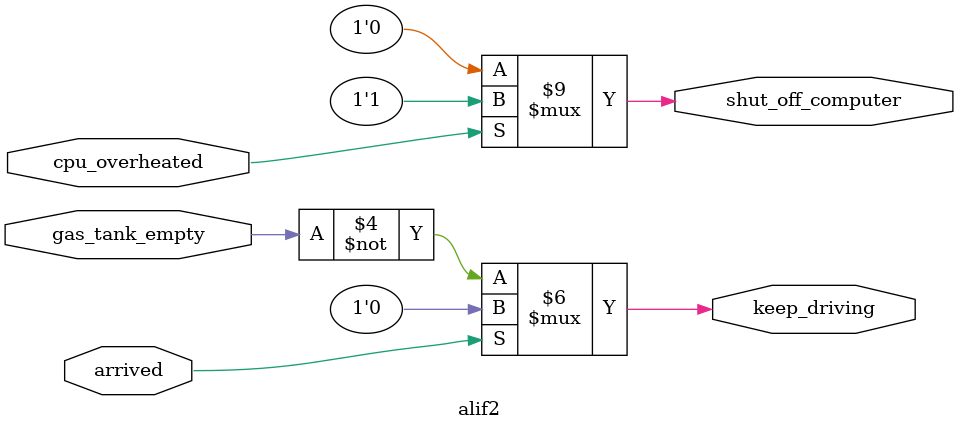
<source format=sv>
module alif2(
    input      cpu_overheated,
    input      arrived,
    input      gas_tank_empty,
    output     shut_off_computer,
    output     keep_driving
);

	// 代码量预计3~4行
	reg shut_off_computer, keep_driving;

    always @(*) begin
        if (cpu_overheated)
           shut_off_computer = 1;
        else 
            shut_off_computer = 0;
    end

    always @(*) begin
        if (~arrived)
           keep_driving = ~gas_tank_empty;
        else keep_driving = 0;
    end

endmodule

</source>
